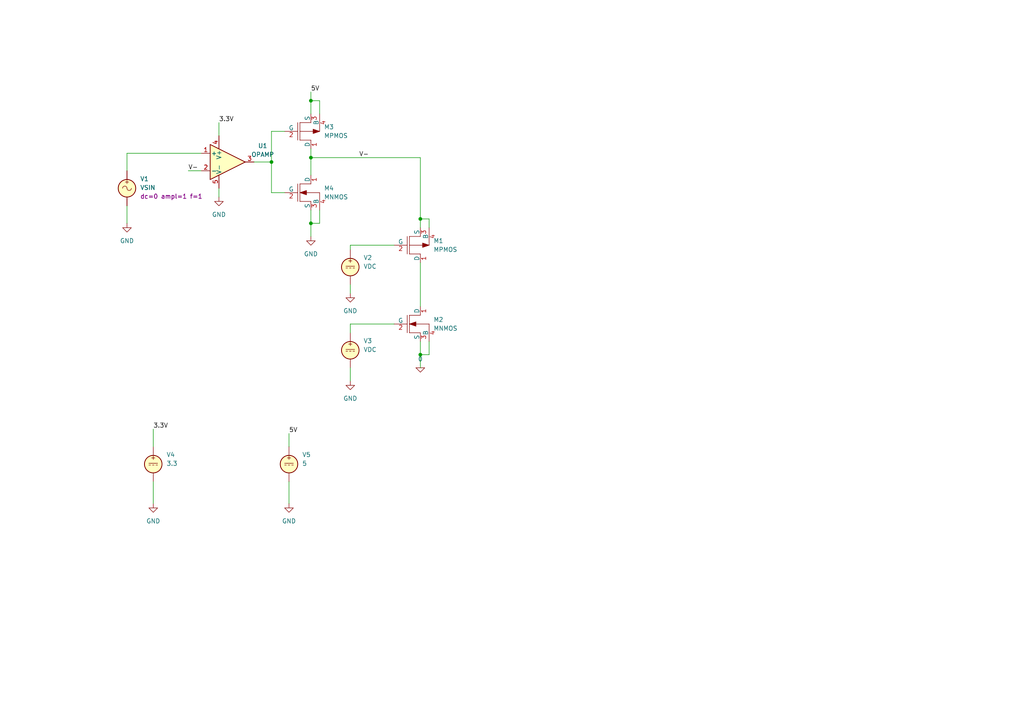
<source format=kicad_sch>
(kicad_sch (version 20211123) (generator eeschema)
  (paper "A4")
  (lib_symbols
    (symbol "Simulation_SPICE:VDC" (pin_numbers hide) (pin_names (offset 0.0254))
      (property "Reference" "V" (at 2.54 2.54 0))
      (property "Value" "VDC" (at 2.54 0 0))
      (property "Spice_Model" "dc(1)" (at 2.54 -2.54 0))
      (symbol "VDC_0_0"
        (polyline (pts (xy -1.27 0.254) (xy 1.27 0.254)))
        (polyline (pts (xy -0.762 -0.254) (xy -1.27 -0.254)))
        (polyline (pts (xy 0.254 -0.254) (xy -0.254 -0.254)))
        (polyline (pts (xy 1.27 -0.254) (xy 0.762 -0.254)))
        (text "+" (at 0 1.905 0) (effects (font (size 1.27 1.27))))
      )
      (symbol "VDC_0_1"
        (circle (center 0 0) (radius 2.54) (stroke (width 0.254)) (fill (type background)))
      )
      (symbol "VDC_1_1"
        (pin passive line (at 0 5.08 270) (length 2.54) (name "~") (number "1"))
        (pin passive line (at 0 -5.08 90) (length 2.54) (name "~") (number "2"))
      )
    )
    (symbol "Simulation_SPICE:VSIN" (pin_numbers hide) (pin_names (offset 0.0254))
      (property "Reference" "V" (at 2.54 2.54 0))
      (property "Value" "VSIN" (at 2.54 0 0))
      (property "Spice_Model" "sin(0 1 1k)" (at 2.54 -2.54 0))
      (symbol "VSIN_0_0"
        (arc (start 0 0) (mid -0.635 0.635) (end -1.27 0))
        (arc (start 0 0) (mid 0.635 -0.635) (end 1.27 0))
        (text "+" (at 0 1.905 0) (effects (font (size 1.27 1.27))))
      )
      (symbol "VSIN_0_1"
        (circle (center 0 0) (radius 2.54) (stroke (width 0.254)) (fill (type background)))
      )
      (symbol "VSIN_1_1"
        (pin passive line (at 0 5.08 270) (length 2.54) (name "~") (number "1"))
        (pin passive line (at 0 -5.08 90) (length 2.54) (name "~") (number "2"))
      )
    )
    (symbol "power:GND" (power) (pin_names (offset 0))
      (property "Value" "GND" (at 0 -3.81 0))
      (symbol "GND_0_1"
        (polyline (pts (xy 0 0) (xy 0 -1.27) (xy 1.27 -1.27) (xy 0 -2.54) (xy -1.27 -1.27) (xy 0 -1.27)))
      )
      (symbol "GND_1_1"
        (pin power_in line (at 0 0 270) (length 0) hide (name "GND") (number "1"))
      )
    )
    (symbol "pspice:0" (power) (pin_names (offset 0))
      (property "Value" "0" (at 0 -1.778 0))
      (symbol "0_0_1"
        (polyline (pts (xy -1.27 0) (xy 0 -1.27) (xy 1.27 0) (xy -1.27 0)))
      )
      (symbol "0_1_1"
        (pin power_in line (at 0 0 0) (length 0) hide (name "0") (number "1"))
      )
    )
    (symbol "pspice:MNMOS" (pin_names (offset 0))
      (property "Reference" "M" (at 7.62 1.27 0))
      (property "Value" "MNMOS" (at 7.62 -1.27 0))
      (symbol "MNMOS_0_1"
        (polyline (pts (xy -1.27 -2.54) (xy -1.27 2.54)))
        (polyline (pts (xy -0.635 -2.54) (xy 2.54 -2.54)))
        (polyline (pts (xy 2.54 2.54) (xy -0.635 2.54)))
        (polyline (pts (xy 5.08 0) (xy -0.635 0)))
        (polyline (pts (xy -0.635 0) (xy 1.27 0.635) (xy 1.27 -0.635) (xy -0.635 0)) (fill (type outline)))
      )
      (symbol "MNMOS_1_1"
        (polyline (pts (xy -0.635 -2.54) (xy -0.635 2.54)))
        (pin passive line (at 2.54 5.08 270) (length 2.54) (name "D") (number "1"))
        (pin input line (at -5.08 0 0) (length 3.81) (name "G") (number "2"))
        (pin passive line (at 2.54 -5.08 90) (length 2.54) (name "S") (number "3"))
        (pin input line (at 5.08 -5.08 90) (length 5.08) (name "B") (number "4"))
      )
    )
    (symbol "pspice:MPMOS" (pin_names (offset 0))
      (property "Reference" "M" (at 7.62 1.27 0))
      (property "Value" "MPMOS" (at 7.62 -1.27 0))
      (symbol "MPMOS_0_1"
        (polyline (pts (xy -1.27 2.54) (xy -1.27 -2.54)))
        (polyline (pts (xy -0.635 -2.54) (xy 2.54 -2.54)))
        (polyline (pts (xy 2.54 2.54) (xy -0.635 2.54)))
        (polyline (pts (xy 5.08 0) (xy -0.635 0)))
        (polyline (pts (xy 5.08 0) (xy 3.175 0.635) (xy 3.175 -0.635) (xy 5.08 0)) (fill (type outline)))
      )
      (symbol "MPMOS_1_1"
        (polyline (pts (xy -0.635 -2.54) (xy -0.635 2.54)))
        (pin passive line (at 2.54 -5.08 90) (length 2.54) (name "D") (number "1"))
        (pin input line (at -5.08 0 0) (length 3.81) (name "G") (number "2"))
        (pin passive line (at 2.54 5.08 270) (length 2.54) (name "S") (number "3"))
        (pin input line (at 5.08 5.08 270) (length 5.08) (name "B") (number "4"))
      )
    )
    (symbol "pspice:OPAMP" (pin_names (offset 0.254))
      (property "Reference" "U" (at 3.81 3.175 0))
      (property "Value" "OPAMP" (at 3.81 -3.175 0))
      (symbol "OPAMP_0_1"
        (polyline (pts (xy 5.08 0) (xy -5.08 5.08) (xy -5.08 -5.08) (xy 5.08 0)) (stroke (width 0.254)) (fill (type background)))
      )
      (symbol "OPAMP_1_1"
        (pin input line (at -7.62 2.54 0) (length 2.54) (name "+") (number "1"))
        (pin input line (at -7.62 -2.54 0) (length 2.54) (name "-") (number "2"))
        (pin output line (at 7.62 0 180) (length 2.54) (name "~") (number "3"))
        (pin power_in line (at -2.54 7.62 270) (length 3.81) (name "V+") (number "4"))
        (pin power_in line (at -2.54 -7.62 90) (length 3.81) (name "V-") (number "5"))
      )
    )
  )
  (junction (at 121.92 63.5))
  (junction (at 121.92 102.87))
  (junction (at 78.74 46.99))
  (junction (at 90.17 29.21))
  (junction (at 90.17 64.77))
  (junction (at 90.17 45.72))
  (wire (pts (xy 63.5 54.61) (xy 63.5 57.15)))
  (wire (pts (xy 124.46 63.5) (xy 121.92 63.5)))
  (wire (pts (xy 90.17 26.67) (xy 90.17 29.21)))
  (wire (pts (xy 83.82 125.73) (xy 83.82 129.54)))
  (wire (pts (xy 121.92 63.5) (xy 121.92 66.04)))
  (wire (pts (xy 124.46 99.06) (xy 124.46 102.87)))
  (wire (pts (xy 90.17 29.21) (xy 92.71 29.21)))
  (wire (pts (xy 101.6 96.52) (xy 101.6 93.98)))
  (wire (pts (xy 92.71 60.96) (xy 92.71 64.77)))
  (wire (pts (xy 90.17 60.96) (xy 90.17 64.77)))
  (wire (pts (xy 78.74 55.88) (xy 82.55 55.88)))
  (wire (pts (xy 121.92 102.87) (xy 121.92 106.68)))
  (wire (pts (xy 90.17 64.77) (xy 90.17 68.58)))
  (wire (pts (xy 90.17 45.72) (xy 121.92 45.72)))
  (wire (pts (xy 78.74 46.99) (xy 78.74 38.1)))
  (wire (pts (xy 92.71 64.77) (xy 90.17 64.77)))
  (wire (pts (xy 44.45 124.46) (xy 44.45 129.54)))
  (wire (pts (xy 101.6 72.39) (xy 101.6 71.12)))
  (wire (pts (xy 36.83 49.53) (xy 36.83 44.45)))
  (wire (pts (xy 101.6 106.68) (xy 101.6 110.49)))
  (wire (pts (xy 101.6 93.98) (xy 114.3 93.98)))
  (wire (pts (xy 36.83 59.69) (xy 36.83 64.77)))
  (wire (pts (xy 54.61 49.53) (xy 58.42 49.53)))
  (wire (pts (xy 90.17 45.72) (xy 90.17 50.8)))
  (wire (pts (xy 124.46 102.87) (xy 121.92 102.87)))
  (wire (pts (xy 73.66 46.99) (xy 78.74 46.99)))
  (wire (pts (xy 90.17 33.02) (xy 90.17 29.21)))
  (wire (pts (xy 121.92 76.2) (xy 121.92 88.9)))
  (wire (pts (xy 36.83 44.45) (xy 58.42 44.45)))
  (wire (pts (xy 78.74 38.1) (xy 82.55 38.1)))
  (wire (pts (xy 124.46 66.04) (xy 124.46 63.5)))
  (wire (pts (xy 121.92 102.87) (xy 121.92 99.06)))
  (wire (pts (xy 83.82 139.7) (xy 83.82 146.05)))
  (wire (pts (xy 101.6 82.55) (xy 101.6 85.09)))
  (wire (pts (xy 92.71 29.21) (xy 92.71 33.02)))
  (wire (pts (xy 63.5 35.56) (xy 63.5 39.37)))
  (wire (pts (xy 90.17 43.18) (xy 90.17 45.72)))
  (wire (pts (xy 101.6 71.12) (xy 114.3 71.12)))
  (wire (pts (xy 78.74 46.99) (xy 78.74 55.88)))
  (wire (pts (xy 121.92 45.72) (xy 121.92 63.5)))
  (wire (pts (xy 44.45 139.7) (xy 44.45 146.05)))
  (label "3.3V" (at 63.5 35.56 0))
  (label "V-" (at 54.61 49.53 0))
  (label "5V" (at 83.82 125.73 0))
  (label "3.3V" (at 44.45 124.46 0))
  (label "5V" (at 90.17 26.67 0))
  (label "V-" (at 104.14 45.72 0))
  (symbol (lib_id "power:GND") (at 83.82 146.05 0) (unit 1)
    (property "Reference" "#PWR04" (effects hide))
    (property "Value" "GND" (at 83.82 151.13 0))
  )
  (symbol (lib_id "pspice:MPMOS") (at 119.38 71.12 0) (unit 1)
    (property "Reference" "M1" (at 125.73 69.8499 0) (effects (justify left)))
    (property "Value" "MPMOS" (at 125.73 72.3899 0) (effects (justify left)))
    (property "Spice_Primitive" "M" (effects hide))
    (property "Spice_Model" "MPMOS" (effects hide))
    (property "Spice_Netlist_Enabled" "Y" (effects hide))
  )
  (symbol (lib_id "power:GND") (at 101.6 85.09 0) (unit 1)
    (property "Reference" "#PWR06" (effects hide))
    (property "Value" "GND" (at 101.6 90.17 0))
  )
  (symbol (lib_id "Simulation_SPICE:VSIN") (at 36.83 54.61 0) (unit 1)
    (property "Reference" "V1" (at 40.64 51.8801 0) (effects (justify left)))
    (property "Value" "VSIN" (at 40.64 54.4201 0) (effects (justify left)))
    (property "Spice_Netlist_Enabled" "Y" (effects hide))
    (property "Spice_Primitive" "V" (effects hide))
    (property "Spice_Model" "sin(0 1 1)" (at 40.64 56.9601 0) (effects (justify left)))
  )
  (symbol (lib_id "pspice:MNMOS") (at 119.38 93.98 0) (unit 1)
    (property "Reference" "M2" (at 125.73 92.7099 0) (effects (justify left)))
    (property "Value" "MNMOS" (at 125.73 95.2499 0) (effects (justify left)))
    (property "Spice_Primitive" "M" (effects hide))
    (property "Spice_Model" "MNMOS" (effects hide))
    (property "Spice_Netlist_Enabled" "Y" (effects hide))
  )
  (symbol (lib_id "pspice:MNMOS") (at 87.63 55.88 0) (unit 1)
    (property "Reference" "M4" (at 93.98 54.6099 0) (effects (justify left)))
    (property "Value" "MNMOS" (at 93.98 57.1499 0) (effects (justify left)))
    (property "Spice_Primitive" "M" (effects hide))
    (property "Spice_Model" "MNMOS" (effects hide))
    (property "Spice_Netlist_Enabled" "Y" (effects hide))
  )
  (symbol (lib_id "Simulation_SPICE:VDC") (at 83.82 134.62 0) (unit 1)
    (property "Reference" "V5" (at 87.63 131.8901 0) (effects (justify left)))
    (property "Value" "VDC" (at 87.63 134.4301 0) (effects (justify left)))
    (property "Spice_Netlist_Enabled" "Y" (effects hide))
    (property "Spice_Primitive" "V" (effects hide))
    (property "Spice_Model" "dc 5" (at 87.63 136.9701 0) (effects (justify left)))
  )
  (symbol (lib_id "power:GND") (at 36.83 64.77 0) (unit 1)
    (property "Reference" "#PWR01" (effects hide))
    (property "Value" "GND" (at 36.83 69.85 0))
  )
  (symbol (lib_id "pspice:MPMOS") (at 87.63 38.1 0) (unit 1)
    (property "Reference" "M3" (at 93.98 36.8299 0) (effects (justify left)))
    (property "Value" "MPMOS" (at 93.98 39.3699 0) (effects (justify left)))
    (property "Spice_Primitive" "M" (effects hide))
    (property "Spice_Model" "MPMOS" (effects hide))
    (property "Spice_Netlist_Enabled" "Y" (effects hide))
  )
  (symbol (lib_id "power:GND") (at 63.5 57.15 0) (unit 1)
    (property "Reference" "#PWR03" (effects hide))
    (property "Value" "GND" (at 63.5 62.23 0))
  )
  (symbol (lib_id "Simulation_SPICE:VDC") (at 101.6 101.6 0) (unit 1)
    (property "Reference" "V3" (at 105.41 98.8701 0) (effects (justify left)))
    (property "Value" "VDC" (at 105.41 101.4101 0) (effects (justify left)))
    (property "Spice_Netlist_Enabled" "Y" (effects hide))
    (property "Spice_Primitive" "V" (effects hide))
    (property "Spice_Model" "dc 1 pulse(0 3.3 0 1u 1u 500m 1)" (at 66.04 97.79 0) (effects (justify left)))
  )
  (symbol (lib_id "Simulation_SPICE:VDC") (at 44.45 134.62 0) (unit 1)
    (property "Reference" "V4" (at 48.26 131.8901 0) (effects (justify left)))
    (property "Value" "VDC" (at 48.26 134.4301 0) (effects (justify left)))
    (property "Spice_Netlist_Enabled" "Y" (effects hide))
    (property "Spice_Primitive" "V" (effects hide))
    (property "Spice_Model" "dc 3.3" (at 48.26 136.9701 0) (effects (justify left)))
  )
  (symbol (lib_id "Simulation_SPICE:VDC") (at 101.6 77.47 0) (unit 1)
    (property "Reference" "V2" (at 105.41 74.7401 0) (effects (justify left)))
    (property "Value" "VDC" (at 105.41 77.2801 0) (effects (justify left)))
    (property "Spice_Netlist_Enabled" "Y" (effects hide))
    (property "Spice_Primitive" "V" (effects hide))
    (property "Spice_Model" "dc 1 pulse(3.3 0 0 1u 1u 0.5 1)" (at 68.58 81.28 0) (effects (justify left)))
  )
  (symbol (lib_id "power:GND") (at 101.6 110.49 0) (unit 1)
    (property "Reference" "#PWR07" (effects hide))
    (property "Value" "GND" (at 101.6 115.57 0))
  )
  (symbol (lib_id "power:GND") (at 90.17 68.58 0) (unit 1)
    (property "Reference" "#PWR05" (effects hide))
    (property "Value" "GND" (at 90.17 73.66 0))
  )
  (symbol (lib_id "pspice:0") (at 121.92 106.68 0) (unit 1)
    (property "Reference" "#GND05" (effects hide))
    (property "Value" "0" (at 121.92 104.14 0))
  )
  (symbol (lib_id "power:GND") (at 44.45 146.05 0) (unit 1)
    (property "Reference" "#PWR02" (effects hide))
    (property "Value" "GND" (at 44.45 151.13 0))
  )
  (symbol (lib_id "pspice:OPAMP") (at 66.04 46.99 0) (unit 1)
    (property "Reference" "U1" (at 76.2 42.291 0))
    (property "Value" "OPAMP" (at 76.2 44.831 0))
  )
)
</source>
